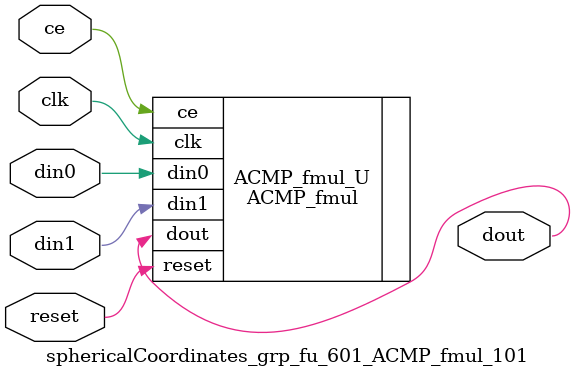
<source format=v>

`timescale 1 ns / 1 ps
module sphericalCoordinates_grp_fu_601_ACMP_fmul_101(
    clk,
    reset,
    ce,
    din0,
    din1,
    dout);

parameter ID = 32'd1;
parameter NUM_STAGE = 32'd1;
parameter din0_WIDTH = 32'd1;
parameter din1_WIDTH = 32'd1;
parameter dout_WIDTH = 32'd1;
input clk;
input reset;
input ce;
input[din0_WIDTH - 1:0] din0;
input[din1_WIDTH - 1:0] din1;
output[dout_WIDTH - 1:0] dout;



ACMP_fmul #(
.ID( ID ),
.NUM_STAGE( 4 ),
.din0_WIDTH( din0_WIDTH ),
.din1_WIDTH( din1_WIDTH ),
.dout_WIDTH( dout_WIDTH ))
ACMP_fmul_U(
    .clk( clk ),
    .reset( reset ),
    .ce( ce ),
    .din0( din0 ),
    .din1( din1 ),
    .dout( dout ));

endmodule

</source>
